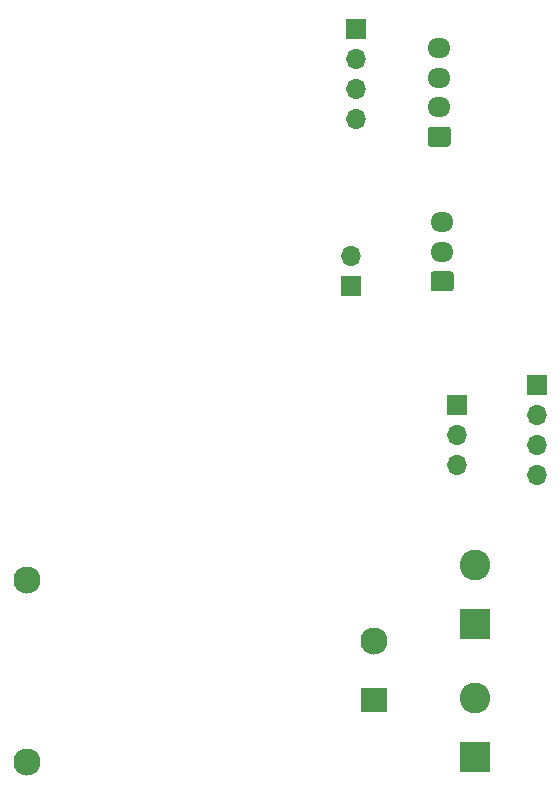
<source format=gbr>
%TF.GenerationSoftware,KiCad,Pcbnew,(5.1.10)-1*%
%TF.CreationDate,2021-09-08T13:01:39+02:00*%
%TF.ProjectId,LUCES,4c554345-532e-46b6-9963-61645f706362,rev?*%
%TF.SameCoordinates,Original*%
%TF.FileFunction,Soldermask,Bot*%
%TF.FilePolarity,Negative*%
%FSLAX46Y46*%
G04 Gerber Fmt 4.6, Leading zero omitted, Abs format (unit mm)*
G04 Created by KiCad (PCBNEW (5.1.10)-1) date 2021-09-08 13:01:39*
%MOMM*%
%LPD*%
G01*
G04 APERTURE LIST*
%ADD10O,1.700000X1.700000*%
%ADD11R,1.700000X1.700000*%
%ADD12C,2.300000*%
%ADD13R,2.300000X2.000000*%
%ADD14C,2.600000*%
%ADD15R,2.600000X2.600000*%
%ADD16O,1.950000X1.700000*%
G04 APERTURE END LIST*
D10*
%TO.C,J7*%
X15200000Y-5530000D03*
X15200000Y-2990000D03*
D11*
X15200000Y-450000D03*
%TD*%
D10*
%TO.C,J4*%
X21950000Y-6320000D03*
X21950000Y-3780000D03*
X21950000Y-1240000D03*
D11*
X21950000Y1300000D03*
%TD*%
D12*
%TO.C,PS1*%
X-21200000Y-15200000D03*
X8200000Y-20400000D03*
D13*
X8200000Y-25400000D03*
D12*
X-21200000Y-30600000D03*
%TD*%
D10*
%TO.C,JP1*%
X6200000Y12200000D03*
D11*
X6200000Y9660000D03*
%TD*%
D14*
%TO.C,J2*%
X16700000Y-13950000D03*
D15*
X16700000Y-18950000D03*
%TD*%
D10*
%TO.C,J5*%
X6700000Y23780000D03*
X6700000Y26320000D03*
X6700000Y28860000D03*
D11*
X6700000Y31400000D03*
%TD*%
D16*
%TO.C,J6*%
X13950000Y15050000D03*
X13950000Y12550000D03*
G36*
G01*
X14675000Y9200000D02*
X13225000Y9200000D01*
G75*
G02*
X12975000Y9450000I0J250000D01*
G01*
X12975000Y10650000D01*
G75*
G02*
X13225000Y10900000I250000J0D01*
G01*
X14675000Y10900000D01*
G75*
G02*
X14925000Y10650000I0J-250000D01*
G01*
X14925000Y9450000D01*
G75*
G02*
X14675000Y9200000I-250000J0D01*
G01*
G37*
%TD*%
D14*
%TO.C,J1*%
X16700000Y-25200000D03*
D15*
X16700000Y-30200000D03*
%TD*%
D16*
%TO.C,J3*%
X13700000Y29800000D03*
X13700000Y27300000D03*
X13700000Y24800000D03*
G36*
G01*
X14425000Y21450000D02*
X12975000Y21450000D01*
G75*
G02*
X12725000Y21700000I0J250000D01*
G01*
X12725000Y22900000D01*
G75*
G02*
X12975000Y23150000I250000J0D01*
G01*
X14425000Y23150000D01*
G75*
G02*
X14675000Y22900000I0J-250000D01*
G01*
X14675000Y21700000D01*
G75*
G02*
X14425000Y21450000I-250000J0D01*
G01*
G37*
%TD*%
M02*

</source>
